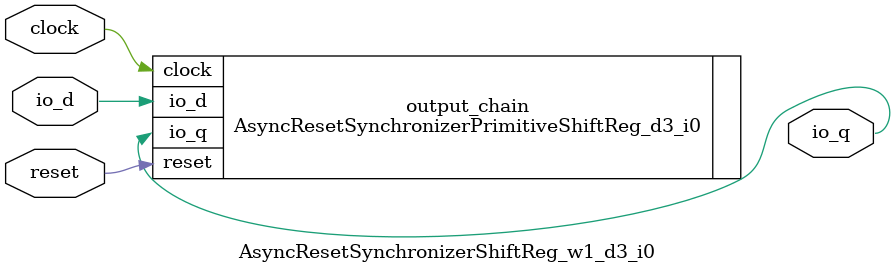
<source format=sv>
`ifndef RANDOMIZE
  `ifdef RANDOMIZE_REG_INIT
    `define RANDOMIZE
  `endif // RANDOMIZE_REG_INIT
`endif // not def RANDOMIZE
`ifndef RANDOMIZE
  `ifdef RANDOMIZE_MEM_INIT
    `define RANDOMIZE
  `endif // RANDOMIZE_MEM_INIT
`endif // not def RANDOMIZE

`ifndef RANDOM
  `define RANDOM $random
`endif // not def RANDOM

// Users can define 'PRINTF_COND' to add an extra gate to prints.
`ifndef PRINTF_COND_
  `ifdef PRINTF_COND
    `define PRINTF_COND_ (`PRINTF_COND)
  `else  // PRINTF_COND
    `define PRINTF_COND_ 1
  `endif // PRINTF_COND
`endif // not def PRINTF_COND_

// Users can define 'ASSERT_VERBOSE_COND' to add an extra gate to assert error printing.
`ifndef ASSERT_VERBOSE_COND_
  `ifdef ASSERT_VERBOSE_COND
    `define ASSERT_VERBOSE_COND_ (`ASSERT_VERBOSE_COND)
  `else  // ASSERT_VERBOSE_COND
    `define ASSERT_VERBOSE_COND_ 1
  `endif // ASSERT_VERBOSE_COND
`endif // not def ASSERT_VERBOSE_COND_

// Users can define 'STOP_COND' to add an extra gate to stop conditions.
`ifndef STOP_COND_
  `ifdef STOP_COND
    `define STOP_COND_ (`STOP_COND)
  `else  // STOP_COND
    `define STOP_COND_ 1
  `endif // STOP_COND
`endif // not def STOP_COND_

// Users can define INIT_RANDOM as general code that gets injected into the
// initializer block for modules with registers.
`ifndef INIT_RANDOM
  `define INIT_RANDOM
`endif // not def INIT_RANDOM

// If using random initialization, you can also define RANDOMIZE_DELAY to
// customize the delay used, otherwise 0.002 is used.
`ifndef RANDOMIZE_DELAY
  `define RANDOMIZE_DELAY 0.002
`endif // not def RANDOMIZE_DELAY

// Define INIT_RANDOM_PROLOG_ for use in our modules below.
`ifndef INIT_RANDOM_PROLOG_
  `ifdef RANDOMIZE
    `ifdef VERILATOR
      `define INIT_RANDOM_PROLOG_ `INIT_RANDOM
    `else  // VERILATOR
      `define INIT_RANDOM_PROLOG_ `INIT_RANDOM #`RANDOMIZE_DELAY begin end
    `endif // VERILATOR
  `else  // RANDOMIZE
    `define INIT_RANDOM_PROLOG_
  `endif // RANDOMIZE
`endif // not def INIT_RANDOM_PROLOG_

// Include register initializers in init blocks unless synthesis is set
`ifndef SYNTHESIS
  `ifndef ENABLE_INITIAL_REG_
    `define ENABLE_INITIAL_REG_
  `endif // not def ENABLE_INITIAL_REG_
`endif // not def SYNTHESIS

// Include rmemory initializers in init blocks unless synthesis is set
`ifndef SYNTHESIS
  `ifndef ENABLE_INITIAL_MEM_
    `define ENABLE_INITIAL_MEM_
  `endif // not def ENABLE_INITIAL_MEM_
`endif // not def SYNTHESIS

module AsyncResetSynchronizerShiftReg_w1_d3_i0(
  input  clock,
         reset,
         io_d,
  output io_q
);

  AsyncResetSynchronizerPrimitiveShiftReg_d3_i0 output_chain (	// ShiftReg.scala:45:23
    .clock (clock),
    .reset (reset),
    .io_d  (io_d),
    .io_q  (io_q)
  );
endmodule


</source>
